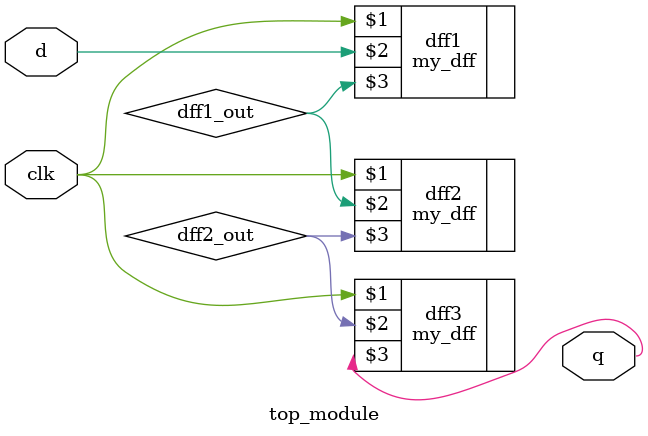
<source format=v>
module top_module ( input clk, input d, output q );
    wire dff1_out, dff2_out;
    my_dff dff1(clk, d, dff1_out);
    my_dff dff2(clk, dff1_out, dff2_out);
    my_dff dff3(clk, dff2_out, q);
endmodule

</source>
